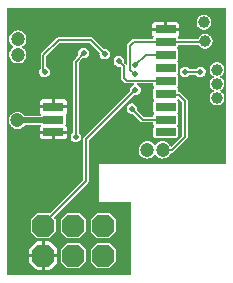
<source format=gbr>
%TF.GenerationSoftware,KiCad,Pcbnew,6.0.5-a6ca702e91~116~ubuntu20.04.1*%
%TF.CreationDate,2022-05-09T20:04:05+03:00*%
%TF.ProjectId,ict_v361-xs,6963745f-7633-4363-912d-78732e6b6963,rev?*%
%TF.SameCoordinates,Original*%
%TF.FileFunction,Copper,L2,Bot*%
%TF.FilePolarity,Positive*%
%FSLAX46Y46*%
G04 Gerber Fmt 4.6, Leading zero omitted, Abs format (unit mm)*
G04 Created by KiCad (PCBNEW 6.0.5-a6ca702e91~116~ubuntu20.04.1) date 2022-05-09 20:04:05*
%MOMM*%
%LPD*%
G01*
G04 APERTURE LIST*
G04 Aperture macros list*
%AMOutline5P*
0 Free polygon, 5 corners , with rotation*
0 The origin of the aperture is its center*
0 number of corners: always 5*
0 $1 to $10 corner X, Y*
0 $11 Rotation angle, in degrees counterclockwise*
0 create outline with 5 corners*
4,1,5,$1,$2,$3,$4,$5,$6,$7,$8,$9,$10,$1,$2,$11*%
%AMOutline6P*
0 Free polygon, 6 corners , with rotation*
0 The origin of the aperture is its center*
0 number of corners: always 6*
0 $1 to $12 corner X, Y*
0 $13 Rotation angle, in degrees counterclockwise*
0 create outline with 6 corners*
4,1,6,$1,$2,$3,$4,$5,$6,$7,$8,$9,$10,$11,$12,$1,$2,$13*%
%AMOutline7P*
0 Free polygon, 7 corners , with rotation*
0 The origin of the aperture is its center*
0 number of corners: always 7*
0 $1 to $14 corner X, Y*
0 $15 Rotation angle, in degrees counterclockwise*
0 create outline with 7 corners*
4,1,7,$1,$2,$3,$4,$5,$6,$7,$8,$9,$10,$11,$12,$13,$14,$1,$2,$15*%
%AMOutline8P*
0 Free polygon, 8 corners , with rotation*
0 The origin of the aperture is its center*
0 number of corners: always 8*
0 $1 to $16 corner X, Y*
0 $17 Rotation angle, in degrees counterclockwise*
0 create outline with 8 corners*
4,1,8,$1,$2,$3,$4,$5,$6,$7,$8,$9,$10,$11,$12,$13,$14,$15,$16,$1,$2,$17*%
G04 Aperture macros list end*
%TA.AperFunction,ComponentPad*%
%ADD10Outline8P,-0.939800X0.469900X-0.469900X0.939800X0.469900X0.939800X0.939800X0.469900X0.939800X-0.469900X0.469900X-0.939800X-0.469900X-0.939800X-0.939800X-0.469900X180.000000*%
%TD*%
%TA.AperFunction,SMDPad,CuDef*%
%ADD11R,1.800000X0.800000*%
%TD*%
%TA.AperFunction,SMDPad,CuDef*%
%ADD12R,1.800000X0.700000*%
%TD*%
%TA.AperFunction,ViaPad*%
%ADD13C,1.000000*%
%TD*%
%TA.AperFunction,ViaPad*%
%ADD14C,0.502400*%
%TD*%
%TA.AperFunction,ViaPad*%
%ADD15C,1.200000*%
%TD*%
%TA.AperFunction,ViaPad*%
%ADD16C,0.700000*%
%TD*%
%TA.AperFunction,Conductor*%
%ADD17C,0.203200*%
%TD*%
%TA.AperFunction,Conductor*%
%ADD18C,0.508000*%
%TD*%
G04 APERTURE END LIST*
D10*
%TO.P,ISP0,6*%
%TO.N,GND*%
X142290500Y-114650200D03*
%TO.P,ISP0,5*%
%TO.N,RESET*%
X142290500Y-112110200D03*
%TO.P,ISP0,4*%
%TO.N,MOSI*%
X144830500Y-114650200D03*
%TO.P,ISP0,3*%
%TO.N,SCK*%
X144830500Y-112110200D03*
%TO.P,ISP0,2*%
%TO.N,VIN*%
X147370500Y-114650200D03*
%TO.P,ISP0,1*%
%TO.N,MISO*%
X147370500Y-112110200D03*
%TD*%
D11*
%TO.P,U$2,11_RF_IN*%
%TO.N,GPS*%
X143151100Y-103153600D03*
%TO.P,U$2,12_GND*%
%TO.N,GND*%
X143151100Y-102053600D03*
D12*
%TO.P,U$2,10_GND*%
X143151100Y-104203600D03*
D11*
%TO.P,U$2,8_VCC*%
%TO.N,GPS_POWER*%
X152651100Y-103153600D03*
%TO.P,U$2,7_VCC_IO*%
%TO.N,7_VCC_IO*%
X152651100Y-102053600D03*
%TO.P,U$2,6_V_BCKP*%
%TO.N,VIN*%
X152651100Y-100953600D03*
%TO.P,U$2,5_EXTINT0*%
%TO.N,GPS-OFF*%
X152651100Y-99853600D03*
%TO.P,U$2,4_TIMEPULSE*%
%TO.N,N/C*%
X152651100Y-98753600D03*
%TO.P,U$2,3_RXD1*%
%TO.N,SERIAL_OUT*%
X152651100Y-97653600D03*
%TO.P,U$2,2_TXD1*%
%TO.N,SERIAL_IN*%
X152651100Y-96553600D03*
D12*
%TO.P,U$2,1_GND*%
%TO.N,GND*%
X152651100Y-95503600D03*
%TO.P,U$2,9_V_RESET*%
%TO.N,9_V_RESET*%
X152651100Y-104203600D03*
%TD*%
D13*
%TO.N,SERIAL_IN*%
X156000000Y-96500000D03*
D14*
%TO.N,GPS_POWER*%
X149801100Y-102203600D03*
%TO.N,GPS-OFF*%
X148701100Y-98203600D03*
D15*
%TO.N,GPS*%
X140101100Y-103203600D03*
D14*
%TO.N,ENABLE*%
X142401100Y-99103600D03*
X147501100Y-97603600D03*
X154301100Y-99103600D03*
X155601100Y-99103600D03*
D15*
%TO.N,N$8*%
X140141100Y-97653600D03*
%TO.N,N$7*%
X140141100Y-96323600D03*
D14*
%TO.N,VIN*%
X145701100Y-97503600D03*
X145050700Y-104603600D03*
D15*
X152400000Y-105703600D03*
X151101100Y-105703600D03*
D13*
%TO.N,N$19*%
X155901100Y-94903600D03*
%TO.N,ANT*%
X157001100Y-98903600D03*
X157001100Y-100103600D03*
X157001100Y-101303600D03*
D14*
%TO.N,SERIAL_IN*%
X150101100Y-99303600D03*
%TO.N,SERIAL_OUT*%
X150101100Y-98503600D03*
%TO.N,RESET*%
X150101100Y-100603600D03*
%TO.N,GND*%
X156301100Y-104703600D03*
X156301100Y-102403600D03*
X149001100Y-96903600D03*
X154301100Y-98103600D03*
D16*
X140401100Y-114703600D03*
D14*
X146801100Y-95603600D03*
X156301100Y-105503600D03*
X157201100Y-104703600D03*
X157201100Y-103803600D03*
X157001100Y-94203600D03*
X149401100Y-94203600D03*
X156001100Y-97503600D03*
X157001100Y-95303600D03*
X157001100Y-96403600D03*
X157001100Y-97503600D03*
X146401100Y-101303600D03*
X145701100Y-101303600D03*
X145701100Y-100603600D03*
X146401100Y-100603600D03*
X148301100Y-104603600D03*
X147101100Y-104603600D03*
X140101100Y-105503600D03*
X140101100Y-104503600D03*
X144201100Y-97403600D03*
X140701100Y-107303600D03*
X141401100Y-94903600D03*
X141401100Y-96103600D03*
D15*
X148301100Y-105603600D03*
D14*
X141401100Y-98403600D03*
X141401100Y-99603600D03*
X141401100Y-104503600D03*
D15*
X146801100Y-105603600D03*
D14*
X141401100Y-100803600D03*
X141401100Y-102003600D03*
X141401100Y-105503600D03*
X149801100Y-103003600D03*
X140201100Y-94903600D03*
D15*
X140211100Y-100753600D03*
X140211100Y-99433600D03*
D14*
X157201100Y-105503600D03*
X154401100Y-106203600D03*
X141401100Y-97203600D03*
%TD*%
D17*
%TO.N,GPS_POWER*%
X150751100Y-103153600D02*
X149801100Y-102203600D01*
X152651100Y-103153600D02*
X150751100Y-103153600D01*
%TO.N,GPS-OFF*%
X149351100Y-99853600D02*
X152651100Y-99853600D01*
X149101100Y-99603600D02*
X149351100Y-99853600D01*
X149101100Y-98603600D02*
X149101100Y-99603600D01*
X148701100Y-98203600D02*
X149101100Y-98603600D01*
%TO.N,GPS*%
X143101100Y-103203600D02*
X143151100Y-103153600D01*
D18*
X140101100Y-103203600D02*
X143101100Y-103203600D01*
D17*
%TO.N,ENABLE*%
X142301100Y-99003600D02*
X142401100Y-99103600D01*
X142301100Y-97703600D02*
X142301100Y-99003600D01*
X143601100Y-96403600D02*
X142301100Y-97703600D01*
X146301100Y-96403600D02*
X143601100Y-96403600D01*
X147501100Y-97603600D02*
X146301100Y-96403600D01*
X154301100Y-99103600D02*
X155601100Y-99103600D01*
%TO.N,VIN*%
X154301100Y-101580313D02*
X154301100Y-104603600D01*
X153201100Y-105703600D02*
X152201100Y-105703600D01*
X154301100Y-104603600D02*
X153201100Y-105703600D01*
X153745787Y-101025000D02*
X154301100Y-101580313D01*
X152722500Y-101025000D02*
X153745787Y-101025000D01*
X152651100Y-100953600D02*
X152722500Y-101025000D01*
X145050700Y-98254000D02*
X145050700Y-104603600D01*
X145701100Y-97503600D02*
X145050700Y-98254000D01*
%TO.N,SERIAL_IN*%
X149601100Y-98903600D02*
X149601100Y-96903600D01*
X150101100Y-99303600D02*
X149601100Y-98903600D01*
X149951100Y-96553600D02*
X155651100Y-96553600D01*
X149601100Y-96903600D02*
X149951100Y-96553600D01*
%TO.N,SERIAL_OUT*%
X152651100Y-97653600D02*
X150951100Y-97653600D01*
X150951100Y-97653600D02*
X150101100Y-98503600D01*
%TO.N,RESET*%
X145901100Y-108361300D02*
X142309100Y-111953300D01*
X145901100Y-104803600D02*
X145901100Y-108361300D01*
X142309100Y-111953300D02*
X142290500Y-112110200D01*
X145901100Y-104803600D02*
X150101100Y-100603600D01*
%TD*%
%TA.AperFunction,Conductor*%
%TO.N,GND*%
G36*
X157784414Y-93720286D02*
G01*
X157799000Y-93755500D01*
X157799000Y-106851700D01*
X157784414Y-106886914D01*
X157749200Y-106901500D01*
X147067926Y-106901500D01*
X147061543Y-106906137D01*
X147061544Y-106906137D01*
X147060550Y-106906859D01*
X147046669Y-106913931D01*
X147045502Y-106914310D01*
X147045499Y-106914312D01*
X147037999Y-106916749D01*
X147033363Y-106923130D01*
X147033362Y-106923131D01*
X147032640Y-106924125D01*
X147021625Y-106935140D01*
X147014249Y-106940499D01*
X147011812Y-106947999D01*
X147011810Y-106948002D01*
X147011431Y-106949169D01*
X147004359Y-106963050D01*
X146999000Y-106970426D01*
X146999000Y-110036774D01*
X147003637Y-110043156D01*
X147004359Y-110044150D01*
X147011431Y-110058031D01*
X147011810Y-110059198D01*
X147011812Y-110059201D01*
X147014249Y-110066701D01*
X147020630Y-110071337D01*
X147020631Y-110071338D01*
X147021625Y-110072060D01*
X147032640Y-110083075D01*
X147037999Y-110090451D01*
X147045499Y-110092888D01*
X147045502Y-110092890D01*
X147046669Y-110093269D01*
X147060550Y-110100341D01*
X147067926Y-110105700D01*
X149649200Y-110105700D01*
X149684414Y-110120286D01*
X149699000Y-110155500D01*
X149699000Y-116251700D01*
X149684414Y-116286914D01*
X149649200Y-116301500D01*
X139253000Y-116301500D01*
X139217786Y-116286914D01*
X139203200Y-116251700D01*
X139203200Y-115142680D01*
X141097500Y-115142680D01*
X141097985Y-115147567D01*
X141111403Y-115214508D01*
X141115089Y-115223378D01*
X141152596Y-115279405D01*
X141155672Y-115283150D01*
X141657533Y-115785013D01*
X141661324Y-115788119D01*
X141718147Y-115825966D01*
X141727026Y-115829632D01*
X141793160Y-115842727D01*
X141797989Y-115843200D01*
X142153994Y-115843200D01*
X142160999Y-115840299D01*
X142163900Y-115833294D01*
X142417100Y-115833294D01*
X142420001Y-115840299D01*
X142427006Y-115843200D01*
X142782980Y-115843200D01*
X142787867Y-115842715D01*
X142854808Y-115829297D01*
X142863678Y-115825611D01*
X142919705Y-115788104D01*
X142923450Y-115785028D01*
X143425313Y-115283167D01*
X143428419Y-115279376D01*
X143466266Y-115222553D01*
X143469932Y-115213674D01*
X143483027Y-115147540D01*
X143483500Y-115142711D01*
X143483500Y-114786706D01*
X143480599Y-114779701D01*
X143473594Y-114776800D01*
X142427006Y-114776800D01*
X142420001Y-114779701D01*
X142417100Y-114786706D01*
X142417100Y-115833294D01*
X142163900Y-115833294D01*
X142163900Y-114786706D01*
X142160999Y-114779701D01*
X142153994Y-114776800D01*
X141107406Y-114776800D01*
X141100401Y-114779701D01*
X141097500Y-114786706D01*
X141097500Y-115142680D01*
X139203200Y-115142680D01*
X139203200Y-114513694D01*
X141097500Y-114513694D01*
X141100401Y-114520699D01*
X141107406Y-114523600D01*
X142153994Y-114523600D01*
X142160999Y-114520699D01*
X142163900Y-114513694D01*
X142417100Y-114513694D01*
X142420001Y-114520699D01*
X142427006Y-114523600D01*
X143473594Y-114523600D01*
X143480599Y-114520699D01*
X143483500Y-114513694D01*
X143483500Y-114167684D01*
X143763200Y-114167684D01*
X143763201Y-115132713D01*
X143770685Y-115170057D01*
X143791625Y-115201337D01*
X144279366Y-115689078D01*
X144311062Y-115710189D01*
X144315865Y-115711140D01*
X144345594Y-115717027D01*
X144345596Y-115717027D01*
X144347984Y-115717500D01*
X144827647Y-115717500D01*
X145313013Y-115717499D01*
X145350357Y-115710015D01*
X145377149Y-115692080D01*
X145379607Y-115690434D01*
X145381637Y-115689075D01*
X145869378Y-115201334D01*
X145890489Y-115169638D01*
X145895827Y-115142680D01*
X145897327Y-115135106D01*
X145897327Y-115135104D01*
X145897800Y-115132716D01*
X145897799Y-114167687D01*
X145897798Y-114167684D01*
X146303200Y-114167684D01*
X146303201Y-115132713D01*
X146310685Y-115170057D01*
X146331625Y-115201337D01*
X146819366Y-115689078D01*
X146851062Y-115710189D01*
X146855865Y-115711140D01*
X146885594Y-115717027D01*
X146885596Y-115717027D01*
X146887984Y-115717500D01*
X147367647Y-115717500D01*
X147853013Y-115717499D01*
X147890357Y-115710015D01*
X147917149Y-115692080D01*
X147919607Y-115690434D01*
X147921637Y-115689075D01*
X148409378Y-115201334D01*
X148430489Y-115169638D01*
X148435827Y-115142680D01*
X148437327Y-115135106D01*
X148437327Y-115135104D01*
X148437800Y-115132716D01*
X148437799Y-114167687D01*
X148430315Y-114130343D01*
X148409375Y-114099063D01*
X147921634Y-113611322D01*
X147889938Y-113590211D01*
X147880014Y-113588246D01*
X147855406Y-113583373D01*
X147855404Y-113583373D01*
X147853016Y-113582900D01*
X147373353Y-113582900D01*
X146887987Y-113582901D01*
X146850643Y-113590385D01*
X146823851Y-113608320D01*
X146821407Y-113609957D01*
X146819363Y-113611325D01*
X146331622Y-114099066D01*
X146310511Y-114130762D01*
X146309560Y-114135565D01*
X146303679Y-114165267D01*
X146303200Y-114167684D01*
X145897798Y-114167684D01*
X145890315Y-114130343D01*
X145869375Y-114099063D01*
X145381634Y-113611322D01*
X145349938Y-113590211D01*
X145340014Y-113588246D01*
X145315406Y-113583373D01*
X145315404Y-113583373D01*
X145313016Y-113582900D01*
X144833353Y-113582900D01*
X144347987Y-113582901D01*
X144310643Y-113590385D01*
X144283851Y-113608320D01*
X144281407Y-113609957D01*
X144279363Y-113611325D01*
X143791622Y-114099066D01*
X143770511Y-114130762D01*
X143769560Y-114135565D01*
X143763679Y-114165267D01*
X143763200Y-114167684D01*
X143483500Y-114167684D01*
X143483500Y-114157720D01*
X143483015Y-114152833D01*
X143469597Y-114085892D01*
X143465911Y-114077022D01*
X143428404Y-114020995D01*
X143425328Y-114017250D01*
X142923467Y-113515387D01*
X142919676Y-113512281D01*
X142862853Y-113474434D01*
X142853974Y-113470768D01*
X142787840Y-113457673D01*
X142783011Y-113457200D01*
X142427006Y-113457200D01*
X142420001Y-113460101D01*
X142417100Y-113467106D01*
X142417100Y-114513694D01*
X142163900Y-114513694D01*
X142163900Y-113467106D01*
X142160999Y-113460101D01*
X142153994Y-113457200D01*
X141798020Y-113457200D01*
X141793133Y-113457685D01*
X141726192Y-113471103D01*
X141717322Y-113474789D01*
X141661295Y-113512296D01*
X141657550Y-113515372D01*
X141155687Y-114017233D01*
X141152581Y-114021024D01*
X141114734Y-114077847D01*
X141111068Y-114086726D01*
X141097973Y-114152860D01*
X141097500Y-114157689D01*
X141097500Y-114513694D01*
X139203200Y-114513694D01*
X139203200Y-111627684D01*
X141223200Y-111627684D01*
X141223201Y-112592713D01*
X141230685Y-112630057D01*
X141251625Y-112661337D01*
X141739366Y-113149078D01*
X141771062Y-113170189D01*
X141775865Y-113171140D01*
X141805594Y-113177027D01*
X141805596Y-113177027D01*
X141807984Y-113177500D01*
X142287647Y-113177500D01*
X142773013Y-113177499D01*
X142810357Y-113170015D01*
X142837149Y-113152080D01*
X142839607Y-113150434D01*
X142841637Y-113149075D01*
X143329378Y-112661334D01*
X143350489Y-112629638D01*
X143352454Y-112619714D01*
X143357327Y-112595106D01*
X143357327Y-112595104D01*
X143357800Y-112592716D01*
X143357799Y-111627687D01*
X143357798Y-111627684D01*
X143763200Y-111627684D01*
X143763201Y-112592713D01*
X143770685Y-112630057D01*
X143791625Y-112661337D01*
X144279366Y-113149078D01*
X144311062Y-113170189D01*
X144315865Y-113171140D01*
X144345594Y-113177027D01*
X144345596Y-113177027D01*
X144347984Y-113177500D01*
X144827647Y-113177500D01*
X145313013Y-113177499D01*
X145350357Y-113170015D01*
X145377149Y-113152080D01*
X145379607Y-113150434D01*
X145381637Y-113149075D01*
X145869378Y-112661334D01*
X145890489Y-112629638D01*
X145892454Y-112619714D01*
X145897327Y-112595106D01*
X145897327Y-112595104D01*
X145897800Y-112592716D01*
X145897799Y-111627687D01*
X145897798Y-111627684D01*
X146303200Y-111627684D01*
X146303201Y-112592713D01*
X146310685Y-112630057D01*
X146331625Y-112661337D01*
X146819366Y-113149078D01*
X146851062Y-113170189D01*
X146855865Y-113171140D01*
X146885594Y-113177027D01*
X146885596Y-113177027D01*
X146887984Y-113177500D01*
X147367647Y-113177500D01*
X147853013Y-113177499D01*
X147890357Y-113170015D01*
X147917149Y-113152080D01*
X147919607Y-113150434D01*
X147921637Y-113149075D01*
X148409378Y-112661334D01*
X148430489Y-112629638D01*
X148432454Y-112619714D01*
X148437327Y-112595106D01*
X148437327Y-112595104D01*
X148437800Y-112592716D01*
X148437799Y-111627687D01*
X148430315Y-111590343D01*
X148409375Y-111559063D01*
X147921634Y-111071322D01*
X147889938Y-111050211D01*
X147880014Y-111048246D01*
X147855406Y-111043373D01*
X147855404Y-111043373D01*
X147853016Y-111042900D01*
X147373353Y-111042900D01*
X146887987Y-111042901D01*
X146850643Y-111050385D01*
X146837964Y-111058873D01*
X146821407Y-111069957D01*
X146819363Y-111071325D01*
X146331622Y-111559066D01*
X146310511Y-111590762D01*
X146309560Y-111595565D01*
X146303679Y-111625267D01*
X146303200Y-111627684D01*
X145897798Y-111627684D01*
X145890315Y-111590343D01*
X145869375Y-111559063D01*
X145381634Y-111071322D01*
X145349938Y-111050211D01*
X145340014Y-111048246D01*
X145315406Y-111043373D01*
X145315404Y-111043373D01*
X145313016Y-111042900D01*
X144833353Y-111042900D01*
X144347987Y-111042901D01*
X144310643Y-111050385D01*
X144297964Y-111058873D01*
X144281407Y-111069957D01*
X144279363Y-111071325D01*
X143791622Y-111559066D01*
X143770511Y-111590762D01*
X143769560Y-111595565D01*
X143763679Y-111625267D01*
X143763200Y-111627684D01*
X143357798Y-111627684D01*
X143350315Y-111590343D01*
X143329375Y-111559063D01*
X143213568Y-111443256D01*
X143198982Y-111408042D01*
X143213568Y-111372828D01*
X144629728Y-109956669D01*
X146057939Y-108528458D01*
X146059830Y-108526663D01*
X146086698Y-108502471D01*
X146086698Y-108502470D01*
X146090586Y-108498970D01*
X146101470Y-108474525D01*
X146105187Y-108467679D01*
X146119761Y-108445236D01*
X146121634Y-108433409D01*
X146125327Y-108420941D01*
X146128070Y-108414781D01*
X146130200Y-108409997D01*
X146130200Y-108383249D01*
X146130813Y-108375458D01*
X146134178Y-108354213D01*
X146134997Y-108349042D01*
X146131897Y-108337472D01*
X146130200Y-108324583D01*
X146130200Y-104919124D01*
X146144786Y-104883910D01*
X149971007Y-101057690D01*
X150006221Y-101043104D01*
X150021067Y-101045369D01*
X150029141Y-101047891D01*
X150032686Y-101047956D01*
X150153183Y-101050165D01*
X150156731Y-101050230D01*
X150165310Y-101047891D01*
X150276428Y-101017597D01*
X150276430Y-101017596D01*
X150279849Y-101016664D01*
X150320538Y-100991681D01*
X150385580Y-100951745D01*
X150385583Y-100951743D01*
X150388597Y-100949892D01*
X150444572Y-100888052D01*
X150471854Y-100857912D01*
X150471856Y-100857910D01*
X150474234Y-100855282D01*
X150529875Y-100740440D01*
X150551047Y-100614596D01*
X150551181Y-100603600D01*
X150550394Y-100598101D01*
X150533593Y-100480789D01*
X150533090Y-100477277D01*
X150480272Y-100361110D01*
X150396972Y-100264435D01*
X150289887Y-100195027D01*
X150240349Y-100180212D01*
X150210791Y-100156148D01*
X150206906Y-100118231D01*
X150230970Y-100088673D01*
X150254618Y-100082700D01*
X151573800Y-100082700D01*
X151609014Y-100097286D01*
X151623600Y-100132500D01*
X151623600Y-100266158D01*
X151630998Y-100303348D01*
X151659178Y-100345522D01*
X151663256Y-100348247D01*
X151663257Y-100348248D01*
X151684127Y-100362193D01*
X151705303Y-100393884D01*
X151697867Y-100431267D01*
X151684127Y-100445007D01*
X151663257Y-100458952D01*
X151663256Y-100458953D01*
X151659178Y-100461678D01*
X151630998Y-100503852D01*
X151630041Y-100508661D01*
X151630041Y-100508662D01*
X151628053Y-100518655D01*
X151623600Y-100541042D01*
X151623600Y-101366158D01*
X151624077Y-101368556D01*
X151628811Y-101392352D01*
X151630998Y-101403348D01*
X151659178Y-101445522D01*
X151663256Y-101448247D01*
X151663257Y-101448248D01*
X151684127Y-101462193D01*
X151705303Y-101493884D01*
X151697867Y-101531267D01*
X151684127Y-101545007D01*
X151663257Y-101558952D01*
X151663256Y-101558953D01*
X151659178Y-101561678D01*
X151630998Y-101603852D01*
X151623600Y-101641042D01*
X151623600Y-102466158D01*
X151624077Y-102468556D01*
X151628238Y-102489471D01*
X151630998Y-102503348D01*
X151659178Y-102545522D01*
X151663256Y-102548247D01*
X151663257Y-102548248D01*
X151684127Y-102562193D01*
X151705303Y-102593884D01*
X151697867Y-102631267D01*
X151684127Y-102645007D01*
X151663257Y-102658952D01*
X151663256Y-102658953D01*
X151659178Y-102661678D01*
X151630998Y-102703852D01*
X151623600Y-102741042D01*
X151623600Y-102874700D01*
X151609014Y-102909914D01*
X151573800Y-102924500D01*
X150866624Y-102924500D01*
X150831410Y-102909914D01*
X150252648Y-102331152D01*
X150238062Y-102295938D01*
X150238752Y-102287676D01*
X150250728Y-102216490D01*
X150251047Y-102214596D01*
X150251181Y-102203600D01*
X150250394Y-102198101D01*
X150233593Y-102080789D01*
X150233090Y-102077277D01*
X150180272Y-101961110D01*
X150096972Y-101864435D01*
X149989887Y-101795027D01*
X149867626Y-101758463D01*
X149864079Y-101758441D01*
X149864077Y-101758441D01*
X149806127Y-101758087D01*
X149740017Y-101757683D01*
X149617318Y-101792751D01*
X149509394Y-101860846D01*
X149483745Y-101889888D01*
X149446377Y-101932199D01*
X149424919Y-101956495D01*
X149396353Y-102017338D01*
X149372193Y-102068796D01*
X149372192Y-102068799D01*
X149370685Y-102072009D01*
X149351053Y-102198101D01*
X149367599Y-102324636D01*
X149418994Y-102441440D01*
X149501106Y-102539125D01*
X149607335Y-102609836D01*
X149610723Y-102610894D01*
X149610724Y-102610895D01*
X149661297Y-102626695D01*
X149729141Y-102647891D01*
X149732686Y-102647956D01*
X149853183Y-102650165D01*
X149856731Y-102650230D01*
X149881500Y-102643477D01*
X149919310Y-102648287D01*
X149929813Y-102656309D01*
X150583942Y-103310439D01*
X150585737Y-103312330D01*
X150613430Y-103343086D01*
X150618210Y-103345214D01*
X150618211Y-103345215D01*
X150637859Y-103353963D01*
X150644725Y-103357691D01*
X150662773Y-103369411D01*
X150662775Y-103369412D01*
X150667164Y-103372262D01*
X150672330Y-103373080D01*
X150672332Y-103373081D01*
X150676740Y-103373779D01*
X150678997Y-103374136D01*
X150691461Y-103377828D01*
X150702403Y-103382700D01*
X150729150Y-103382700D01*
X150736941Y-103383313D01*
X150763358Y-103387497D01*
X150768415Y-103386142D01*
X150768416Y-103386142D01*
X150774928Y-103384397D01*
X150787817Y-103382700D01*
X151573800Y-103382700D01*
X151609014Y-103397286D01*
X151623600Y-103432500D01*
X151623600Y-103566158D01*
X151624077Y-103568556D01*
X151627564Y-103586083D01*
X151630998Y-103603348D01*
X151633723Y-103607426D01*
X151652081Y-103634900D01*
X151659178Y-103645522D01*
X151663256Y-103648247D01*
X151663257Y-103648248D01*
X151684127Y-103662193D01*
X151705303Y-103693884D01*
X151697867Y-103731267D01*
X151684127Y-103745007D01*
X151663257Y-103758952D01*
X151663256Y-103758953D01*
X151659178Y-103761678D01*
X151656453Y-103765756D01*
X151645088Y-103782765D01*
X151630998Y-103803852D01*
X151623600Y-103841042D01*
X151623600Y-104566158D01*
X151624077Y-104568556D01*
X151627604Y-104586284D01*
X151630998Y-104603348D01*
X151659178Y-104645522D01*
X151701352Y-104673702D01*
X151706161Y-104674659D01*
X151706162Y-104674659D01*
X151736144Y-104680623D01*
X151738542Y-104681100D01*
X153563658Y-104681100D01*
X153566056Y-104680623D01*
X153596038Y-104674659D01*
X153596039Y-104674659D01*
X153600848Y-104673702D01*
X153643022Y-104645522D01*
X153671202Y-104603348D01*
X153674597Y-104586284D01*
X153678123Y-104568556D01*
X153678600Y-104566158D01*
X153678600Y-103841042D01*
X153671202Y-103803852D01*
X153657112Y-103782765D01*
X153645747Y-103765756D01*
X153643022Y-103761678D01*
X153638944Y-103758953D01*
X153638943Y-103758952D01*
X153618073Y-103745007D01*
X153596897Y-103713316D01*
X153604333Y-103675933D01*
X153618073Y-103662193D01*
X153638943Y-103648248D01*
X153638944Y-103648247D01*
X153643022Y-103645522D01*
X153650120Y-103634900D01*
X153668477Y-103607426D01*
X153671202Y-103603348D01*
X153674637Y-103586083D01*
X153678123Y-103568556D01*
X153678600Y-103566158D01*
X153678600Y-102741042D01*
X153671202Y-102703852D01*
X153643022Y-102661678D01*
X153638944Y-102658953D01*
X153638943Y-102658952D01*
X153618073Y-102645007D01*
X153596897Y-102613316D01*
X153604333Y-102575933D01*
X153618073Y-102562193D01*
X153638943Y-102548248D01*
X153638944Y-102548247D01*
X153643022Y-102545522D01*
X153671202Y-102503348D01*
X153673963Y-102489471D01*
X153678123Y-102468556D01*
X153678600Y-102466158D01*
X153678600Y-101641042D01*
X153671202Y-101603852D01*
X153643022Y-101561678D01*
X153638944Y-101558953D01*
X153638943Y-101558952D01*
X153618073Y-101545007D01*
X153596897Y-101513316D01*
X153604333Y-101475933D01*
X153618073Y-101462193D01*
X153638943Y-101448248D01*
X153638944Y-101448247D01*
X153643022Y-101445522D01*
X153671202Y-101403348D01*
X153674418Y-101387181D01*
X153695595Y-101355490D01*
X153732978Y-101348055D01*
X153758475Y-101361684D01*
X154057414Y-101660623D01*
X154072000Y-101695837D01*
X154072000Y-104488076D01*
X154057414Y-104523290D01*
X153150774Y-105429929D01*
X153115560Y-105444515D01*
X153080346Y-105429929D01*
X153068530Y-105411092D01*
X153061150Y-105389897D01*
X153061147Y-105389891D01*
X153060234Y-105387269D01*
X152973744Y-105248856D01*
X152858739Y-105133044D01*
X152856398Y-105131558D01*
X152856395Y-105131556D01*
X152728142Y-105050165D01*
X152720933Y-105045590D01*
X152567176Y-104990840D01*
X152405111Y-104971515D01*
X152402342Y-104971806D01*
X152402340Y-104971806D01*
X152245559Y-104988284D01*
X152245557Y-104988284D01*
X152242792Y-104988575D01*
X152240162Y-104989470D01*
X152240159Y-104989471D01*
X152090923Y-105040275D01*
X152090921Y-105040276D01*
X152088286Y-105041173D01*
X152085916Y-105042631D01*
X152085914Y-105042632D01*
X152073564Y-105050230D01*
X151949272Y-105126695D01*
X151832661Y-105240889D01*
X151831154Y-105243228D01*
X151831152Y-105243230D01*
X151792516Y-105303182D01*
X151761180Y-105324880D01*
X151723679Y-105318065D01*
X151708423Y-105302594D01*
X151676322Y-105251220D01*
X151676318Y-105251215D01*
X151674844Y-105248856D01*
X151559839Y-105133044D01*
X151557498Y-105131558D01*
X151557495Y-105131556D01*
X151429242Y-105050165D01*
X151422033Y-105045590D01*
X151268276Y-104990840D01*
X151106211Y-104971515D01*
X151103442Y-104971806D01*
X151103440Y-104971806D01*
X150946659Y-104988284D01*
X150946657Y-104988284D01*
X150943892Y-104988575D01*
X150941262Y-104989470D01*
X150941259Y-104989471D01*
X150792023Y-105040275D01*
X150792021Y-105040276D01*
X150789386Y-105041173D01*
X150787016Y-105042631D01*
X150787014Y-105042632D01*
X150774664Y-105050230D01*
X150650372Y-105126695D01*
X150533761Y-105240889D01*
X150532254Y-105243228D01*
X150532252Y-105243230D01*
X150451107Y-105369143D01*
X150445347Y-105378081D01*
X150444396Y-105380694D01*
X150444395Y-105380696D01*
X150426476Y-105429929D01*
X150389524Y-105531452D01*
X150369068Y-105693378D01*
X150384995Y-105855813D01*
X150385874Y-105858454D01*
X150385874Y-105858456D01*
X150405538Y-105917569D01*
X150436513Y-106010682D01*
X150521062Y-106150289D01*
X150522998Y-106152294D01*
X150522999Y-106152295D01*
X150632508Y-106265695D01*
X150632511Y-106265698D01*
X150634440Y-106267695D01*
X150636762Y-106269214D01*
X150636765Y-106269217D01*
X150724118Y-106326379D01*
X150771011Y-106357065D01*
X150802808Y-106368890D01*
X150921379Y-106412986D01*
X150921381Y-106412987D01*
X150923988Y-106413956D01*
X151085768Y-106435542D01*
X151088537Y-106435290D01*
X151088539Y-106435290D01*
X151245541Y-106421002D01*
X151248310Y-106420750D01*
X151325922Y-106395532D01*
X151400892Y-106371173D01*
X151400894Y-106371172D01*
X151403535Y-106370314D01*
X151405924Y-106368890D01*
X151541338Y-106288168D01*
X151541342Y-106288165D01*
X151543729Y-106286742D01*
X151545741Y-106284826D01*
X151545745Y-106284823D01*
X151599678Y-106233462D01*
X151661923Y-106174187D01*
X151708746Y-106103713D01*
X151740381Y-106082456D01*
X151777783Y-106089793D01*
X151792821Y-106105475D01*
X151818517Y-106147904D01*
X151818520Y-106147908D01*
X151819962Y-106150289D01*
X151821898Y-106152294D01*
X151821899Y-106152295D01*
X151931408Y-106265695D01*
X151931411Y-106265698D01*
X151933340Y-106267695D01*
X151935662Y-106269214D01*
X151935665Y-106269217D01*
X152023018Y-106326379D01*
X152069911Y-106357065D01*
X152101708Y-106368890D01*
X152220279Y-106412986D01*
X152220281Y-106412987D01*
X152222888Y-106413956D01*
X152384668Y-106435542D01*
X152387437Y-106435290D01*
X152387439Y-106435290D01*
X152544441Y-106421002D01*
X152547210Y-106420750D01*
X152624822Y-106395532D01*
X152699792Y-106371173D01*
X152699794Y-106371172D01*
X152702435Y-106370314D01*
X152704824Y-106368890D01*
X152840238Y-106288168D01*
X152840242Y-106288165D01*
X152842629Y-106286742D01*
X152844641Y-106284826D01*
X152844645Y-106284823D01*
X152898578Y-106233462D01*
X152960823Y-106174187D01*
X152962360Y-106171873D01*
X152962363Y-106171870D01*
X153049603Y-106040563D01*
X153049604Y-106040560D01*
X153051144Y-106038243D01*
X153052131Y-106035645D01*
X153052133Y-106035641D01*
X153079037Y-105964815D01*
X153105177Y-105937076D01*
X153125591Y-105932700D01*
X153193803Y-105932700D01*
X153196408Y-105932768D01*
X153237739Y-105934934D01*
X153242623Y-105933059D01*
X153242625Y-105933059D01*
X153262706Y-105925351D01*
X153270196Y-105923132D01*
X153291244Y-105918658D01*
X153291246Y-105918657D01*
X153296365Y-105917569D01*
X153306055Y-105910528D01*
X153317480Y-105904326D01*
X153323774Y-105901910D01*
X153323778Y-105901908D01*
X153328664Y-105900032D01*
X153347578Y-105881118D01*
X153353520Y-105876043D01*
X153370925Y-105863398D01*
X153370926Y-105863397D01*
X153375158Y-105860322D01*
X153379363Y-105853040D01*
X153381147Y-105849949D01*
X153389061Y-105839635D01*
X154457939Y-104770758D01*
X154459830Y-104768963D01*
X154486698Y-104744771D01*
X154486698Y-104744770D01*
X154490586Y-104741270D01*
X154496547Y-104727883D01*
X154501463Y-104716841D01*
X154505191Y-104709975D01*
X154516911Y-104691927D01*
X154516912Y-104691925D01*
X154519762Y-104687536D01*
X154520782Y-104681100D01*
X154521636Y-104675704D01*
X154525329Y-104663237D01*
X154528071Y-104657078D01*
X154530200Y-104652297D01*
X154530200Y-104625550D01*
X154530813Y-104617760D01*
X154534178Y-104596513D01*
X154534997Y-104591342D01*
X154531897Y-104579772D01*
X154530200Y-104566883D01*
X154530200Y-101587610D01*
X154530268Y-101585004D01*
X154532160Y-101548901D01*
X154532434Y-101543673D01*
X154530557Y-101538784D01*
X154530557Y-101538782D01*
X154522851Y-101518707D01*
X154520631Y-101511215D01*
X154516157Y-101490168D01*
X154515069Y-101485048D01*
X154508028Y-101475358D01*
X154501826Y-101463933D01*
X154499410Y-101457639D01*
X154499408Y-101457635D01*
X154497532Y-101452749D01*
X154478618Y-101433835D01*
X154473543Y-101427893D01*
X154460898Y-101410488D01*
X154460897Y-101410487D01*
X154457822Y-101406255D01*
X154453291Y-101403639D01*
X154453290Y-101403638D01*
X154447449Y-101400266D01*
X154437135Y-101392352D01*
X154341764Y-101296981D01*
X156369026Y-101296981D01*
X156369355Y-101299961D01*
X156369355Y-101299964D01*
X156375485Y-101355490D01*
X156385692Y-101447943D01*
X156437887Y-101590571D01*
X156522597Y-101716633D01*
X156634931Y-101818850D01*
X156637574Y-101820285D01*
X156765767Y-101889888D01*
X156765769Y-101889889D01*
X156768405Y-101891320D01*
X156841859Y-101910590D01*
X156912411Y-101929100D01*
X156912414Y-101929100D01*
X156915313Y-101929861D01*
X156981348Y-101930898D01*
X157064172Y-101932199D01*
X157064173Y-101932199D01*
X157067173Y-101932246D01*
X157070098Y-101931576D01*
X157070099Y-101931576D01*
X157133330Y-101917094D01*
X157215219Y-101898339D01*
X157217899Y-101896991D01*
X157217902Y-101896990D01*
X157348219Y-101831448D01*
X157348223Y-101831446D01*
X157350904Y-101830097D01*
X157353188Y-101828147D01*
X157353190Y-101828145D01*
X157464112Y-101733408D01*
X157466394Y-101731459D01*
X157555021Y-101608121D01*
X157611670Y-101467202D01*
X157633070Y-101316838D01*
X157633209Y-101303600D01*
X157614963Y-101152821D01*
X157613902Y-101150013D01*
X157613901Y-101150009D01*
X157562338Y-101013553D01*
X157562337Y-101013551D01*
X157561277Y-101010746D01*
X157559178Y-101007691D01*
X157517648Y-100947266D01*
X157475252Y-100885579D01*
X157444199Y-100857912D01*
X157364094Y-100786540D01*
X157364091Y-100786538D01*
X157361853Y-100784544D01*
X157312806Y-100758575D01*
X157292192Y-100747660D01*
X157267896Y-100718292D01*
X157271484Y-100680346D01*
X157293118Y-100659160D01*
X157350904Y-100630097D01*
X157353188Y-100628147D01*
X157353190Y-100628145D01*
X157464112Y-100533408D01*
X157466394Y-100531459D01*
X157516537Y-100461678D01*
X157553270Y-100410558D01*
X157553271Y-100410557D01*
X157555021Y-100408121D01*
X157611670Y-100267202D01*
X157612339Y-100262505D01*
X157632839Y-100118461D01*
X157633070Y-100116838D01*
X157633209Y-100103600D01*
X157614963Y-99952821D01*
X157613902Y-99950013D01*
X157613901Y-99950009D01*
X157562338Y-99813553D01*
X157562337Y-99813551D01*
X157561277Y-99810746D01*
X157559178Y-99807691D01*
X157509125Y-99734865D01*
X157475252Y-99685579D01*
X157390328Y-99609914D01*
X157364094Y-99586540D01*
X157364091Y-99586538D01*
X157361853Y-99584544D01*
X157292628Y-99547891D01*
X157292192Y-99547660D01*
X157267896Y-99518292D01*
X157271484Y-99480346D01*
X157293118Y-99459160D01*
X157350904Y-99430097D01*
X157353188Y-99428147D01*
X157353190Y-99428145D01*
X157464112Y-99333408D01*
X157466394Y-99331459D01*
X157493394Y-99293884D01*
X157553270Y-99210558D01*
X157553271Y-99210557D01*
X157555021Y-99208121D01*
X157611670Y-99067202D01*
X157633070Y-98916838D01*
X157633209Y-98903600D01*
X157614963Y-98752821D01*
X157613902Y-98750013D01*
X157613901Y-98750009D01*
X157562338Y-98613553D01*
X157562337Y-98613551D01*
X157561277Y-98610746D01*
X157559178Y-98607691D01*
X157510184Y-98536406D01*
X157475252Y-98485579D01*
X157440203Y-98454351D01*
X157364094Y-98386540D01*
X157364091Y-98386538D01*
X157361853Y-98384544D01*
X157227628Y-98313475D01*
X157080324Y-98276475D01*
X157077320Y-98276459D01*
X157077318Y-98276459D01*
X157006482Y-98276088D01*
X156928447Y-98275680D01*
X156780764Y-98311136D01*
X156645802Y-98380795D01*
X156531351Y-98480637D01*
X156529628Y-98483089D01*
X156529625Y-98483092D01*
X156515212Y-98503600D01*
X156444020Y-98604896D01*
X156442931Y-98607689D01*
X156442930Y-98607691D01*
X156426345Y-98650230D01*
X156388850Y-98746401D01*
X156388458Y-98749375D01*
X156388458Y-98749377D01*
X156386948Y-98760846D01*
X156369026Y-98896981D01*
X156369355Y-98899961D01*
X156369355Y-98899964D01*
X156383074Y-99024227D01*
X156385692Y-99047943D01*
X156437887Y-99190571D01*
X156522597Y-99316633D01*
X156634931Y-99418850D01*
X156637569Y-99420282D01*
X156637570Y-99420283D01*
X156710481Y-99459870D01*
X156734467Y-99489491D01*
X156730483Y-99527398D01*
X156709560Y-99547887D01*
X156645802Y-99580795D01*
X156531351Y-99680637D01*
X156529628Y-99683089D01*
X156529625Y-99683092D01*
X156495840Y-99731164D01*
X156444020Y-99804896D01*
X156442931Y-99807689D01*
X156442930Y-99807691D01*
X156441739Y-99810746D01*
X156388850Y-99946401D01*
X156369026Y-100096981D01*
X156369355Y-100099961D01*
X156369355Y-100099964D01*
X156376835Y-100167714D01*
X156385692Y-100247943D01*
X156437887Y-100390571D01*
X156522597Y-100516633D01*
X156634931Y-100618850D01*
X156637569Y-100620282D01*
X156637570Y-100620283D01*
X156710481Y-100659870D01*
X156734467Y-100689491D01*
X156730483Y-100727398D01*
X156709560Y-100747887D01*
X156645802Y-100780795D01*
X156531351Y-100880637D01*
X156529628Y-100883089D01*
X156529625Y-100883092D01*
X156484523Y-100947266D01*
X156444020Y-101004896D01*
X156442931Y-101007689D01*
X156442930Y-101007691D01*
X156426345Y-101050230D01*
X156388850Y-101146401D01*
X156369026Y-101296981D01*
X154341764Y-101296981D01*
X153912936Y-100868153D01*
X153911141Y-100866261D01*
X153886960Y-100839405D01*
X153883457Y-100835514D01*
X153859012Y-100824630D01*
X153852166Y-100820913D01*
X153829723Y-100806339D01*
X153824556Y-100805521D01*
X153824554Y-100805520D01*
X153817896Y-100804466D01*
X153805428Y-100800773D01*
X153799268Y-100798030D01*
X153794484Y-100795900D01*
X153767736Y-100795900D01*
X153759945Y-100795287D01*
X153755725Y-100794619D01*
X153733529Y-100791103D01*
X153730128Y-100792014D01*
X153695077Y-100779601D01*
X153678600Y-100742593D01*
X153678600Y-100541042D01*
X153674147Y-100518655D01*
X153672159Y-100508662D01*
X153672159Y-100508661D01*
X153671202Y-100503852D01*
X153643022Y-100461678D01*
X153638944Y-100458953D01*
X153638943Y-100458952D01*
X153618073Y-100445007D01*
X153596897Y-100413316D01*
X153604333Y-100375933D01*
X153618073Y-100362193D01*
X153638943Y-100348248D01*
X153638944Y-100348247D01*
X153643022Y-100345522D01*
X153671202Y-100303348D01*
X153678600Y-100266158D01*
X153678600Y-99441042D01*
X153676423Y-99430097D01*
X153672159Y-99408662D01*
X153672159Y-99408661D01*
X153671202Y-99403852D01*
X153643022Y-99361678D01*
X153638944Y-99358953D01*
X153638943Y-99358952D01*
X153618073Y-99345007D01*
X153596897Y-99313316D01*
X153604333Y-99275933D01*
X153618073Y-99262193D01*
X153638943Y-99248248D01*
X153638944Y-99248247D01*
X153643022Y-99245522D01*
X153671202Y-99203348D01*
X153674305Y-99187752D01*
X153678123Y-99168556D01*
X153678600Y-99166158D01*
X153678600Y-99098101D01*
X153851053Y-99098101D01*
X153867599Y-99224636D01*
X153889189Y-99273702D01*
X153913530Y-99329021D01*
X153918994Y-99341440D01*
X154001106Y-99439125D01*
X154107335Y-99509836D01*
X154110723Y-99510894D01*
X154110724Y-99510895D01*
X154150395Y-99523289D01*
X154229141Y-99547891D01*
X154232686Y-99547956D01*
X154353183Y-99550165D01*
X154356731Y-99550230D01*
X154360157Y-99549296D01*
X154476428Y-99517597D01*
X154476430Y-99517596D01*
X154479849Y-99516664D01*
X154538998Y-99480346D01*
X154585580Y-99451745D01*
X154585583Y-99451743D01*
X154588597Y-99449892D01*
X154674234Y-99355282D01*
X154674768Y-99354179D01*
X154705834Y-99333615D01*
X154715338Y-99332700D01*
X155188452Y-99332700D01*
X155223666Y-99347286D01*
X155226569Y-99350452D01*
X155301106Y-99439125D01*
X155407335Y-99509836D01*
X155410723Y-99510894D01*
X155410724Y-99510895D01*
X155450395Y-99523289D01*
X155529141Y-99547891D01*
X155532686Y-99547956D01*
X155653183Y-99550165D01*
X155656731Y-99550230D01*
X155660157Y-99549296D01*
X155776428Y-99517597D01*
X155776430Y-99517596D01*
X155779849Y-99516664D01*
X155838998Y-99480346D01*
X155885580Y-99451745D01*
X155885583Y-99451743D01*
X155888597Y-99449892D01*
X155906515Y-99430097D01*
X155971854Y-99357912D01*
X155971856Y-99357910D01*
X155974234Y-99355282D01*
X156029875Y-99240440D01*
X156051047Y-99114596D01*
X156051181Y-99103600D01*
X156050394Y-99098101D01*
X156033593Y-98980789D01*
X156033090Y-98977277D01*
X155980272Y-98861110D01*
X155896972Y-98764435D01*
X155789887Y-98695027D01*
X155667626Y-98658463D01*
X155664079Y-98658441D01*
X155664077Y-98658441D01*
X155606127Y-98658087D01*
X155540017Y-98657683D01*
X155417318Y-98692751D01*
X155309394Y-98760846D01*
X155224919Y-98856495D01*
X155223602Y-98855332D01*
X155196928Y-98873464D01*
X155186823Y-98874500D01*
X154714636Y-98874500D01*
X154676909Y-98857207D01*
X154599289Y-98767124D01*
X154596972Y-98764435D01*
X154489887Y-98695027D01*
X154367626Y-98658463D01*
X154364079Y-98658441D01*
X154364077Y-98658441D01*
X154306127Y-98658087D01*
X154240017Y-98657683D01*
X154117318Y-98692751D01*
X154009394Y-98760846D01*
X153988642Y-98784343D01*
X153930751Y-98849892D01*
X153924919Y-98856495D01*
X153907308Y-98894006D01*
X153872193Y-98968796D01*
X153872192Y-98968799D01*
X153870685Y-98972009D01*
X153851053Y-99098101D01*
X153678600Y-99098101D01*
X153678600Y-98341042D01*
X153675494Y-98325428D01*
X153672159Y-98308662D01*
X153672159Y-98308661D01*
X153671202Y-98303852D01*
X153643022Y-98261678D01*
X153638944Y-98258953D01*
X153638943Y-98258952D01*
X153618073Y-98245007D01*
X153596897Y-98213316D01*
X153604333Y-98175933D01*
X153618073Y-98162193D01*
X153638943Y-98148248D01*
X153638944Y-98148247D01*
X153643022Y-98145522D01*
X153671202Y-98103348D01*
X153678600Y-98066158D01*
X153678600Y-97241042D01*
X153671202Y-97203852D01*
X153657112Y-97182765D01*
X153645747Y-97165756D01*
X153643022Y-97161678D01*
X153638944Y-97158953D01*
X153638943Y-97158952D01*
X153618073Y-97145007D01*
X153596897Y-97113316D01*
X153604333Y-97075933D01*
X153618073Y-97062193D01*
X153638943Y-97048248D01*
X153638944Y-97048247D01*
X153643022Y-97045522D01*
X153654832Y-97027848D01*
X153668477Y-97007426D01*
X153671202Y-97003348D01*
X153678600Y-96966158D01*
X153678600Y-96832500D01*
X153693186Y-96797286D01*
X153728400Y-96782700D01*
X155407382Y-96782700D01*
X155442596Y-96797286D01*
X155448714Y-96804721D01*
X155521497Y-96913033D01*
X155523719Y-96915054D01*
X155523719Y-96915055D01*
X155530160Y-96920916D01*
X155633831Y-97015250D01*
X155636474Y-97016685D01*
X155764667Y-97086288D01*
X155764669Y-97086289D01*
X155767305Y-97087720D01*
X155840759Y-97106990D01*
X155911311Y-97125500D01*
X155911314Y-97125500D01*
X155914213Y-97126261D01*
X155980248Y-97127298D01*
X156063072Y-97128599D01*
X156063073Y-97128599D01*
X156066073Y-97128646D01*
X156068998Y-97127976D01*
X156068999Y-97127976D01*
X156133007Y-97113316D01*
X156214119Y-97094739D01*
X156216799Y-97093391D01*
X156216802Y-97093390D01*
X156347119Y-97027848D01*
X156347123Y-97027846D01*
X156349804Y-97026497D01*
X156352088Y-97024547D01*
X156352090Y-97024545D01*
X156463012Y-96929808D01*
X156465294Y-96927859D01*
X156534541Y-96831491D01*
X156552170Y-96806958D01*
X156552171Y-96806957D01*
X156553921Y-96804521D01*
X156610570Y-96663602D01*
X156631970Y-96513238D01*
X156632042Y-96506369D01*
X156632092Y-96501638D01*
X156632092Y-96501635D01*
X156632109Y-96500000D01*
X156613863Y-96349221D01*
X156612802Y-96346413D01*
X156612801Y-96346409D01*
X156561238Y-96209953D01*
X156561237Y-96209951D01*
X156560177Y-96207146D01*
X156558078Y-96204091D01*
X156523796Y-96154211D01*
X156474152Y-96081979D01*
X156425771Y-96038873D01*
X156362994Y-95982940D01*
X156362991Y-95982938D01*
X156360753Y-95980944D01*
X156226528Y-95909875D01*
X156079224Y-95872875D01*
X156076220Y-95872859D01*
X156076218Y-95872859D01*
X156005382Y-95872488D01*
X155927347Y-95872080D01*
X155779664Y-95907536D01*
X155644702Y-95977195D01*
X155530251Y-96077037D01*
X155528528Y-96079489D01*
X155528525Y-96079492D01*
X155486953Y-96138644D01*
X155442920Y-96201296D01*
X155441831Y-96204089D01*
X155441830Y-96204091D01*
X155407248Y-96292790D01*
X155380867Y-96320300D01*
X155360850Y-96324500D01*
X153728400Y-96324500D01*
X153693186Y-96309914D01*
X153678600Y-96274700D01*
X153678600Y-96141042D01*
X153673132Y-96113555D01*
X153680567Y-96076172D01*
X153694308Y-96062432D01*
X153729567Y-96038873D01*
X153736374Y-96032066D01*
X153786883Y-95956473D01*
X153790566Y-95947582D01*
X153803823Y-95880936D01*
X153804300Y-95876090D01*
X153804300Y-95640106D01*
X153801399Y-95633101D01*
X153794394Y-95630200D01*
X151507806Y-95630200D01*
X151500801Y-95633101D01*
X151497900Y-95640106D01*
X151497900Y-95876090D01*
X151498377Y-95880936D01*
X151511634Y-95947582D01*
X151515317Y-95956473D01*
X151565826Y-96032066D01*
X151572633Y-96038873D01*
X151607892Y-96062432D01*
X151629068Y-96094123D01*
X151629068Y-96113554D01*
X151623600Y-96141042D01*
X151623600Y-96274700D01*
X151609014Y-96309914D01*
X151573800Y-96324500D01*
X149958406Y-96324500D01*
X149955800Y-96324432D01*
X149950246Y-96324141D01*
X149914461Y-96322266D01*
X149909577Y-96324141D01*
X149909575Y-96324141D01*
X149889494Y-96331849D01*
X149882004Y-96334068D01*
X149860956Y-96338542D01*
X149860954Y-96338543D01*
X149855835Y-96339631D01*
X149846146Y-96346671D01*
X149834720Y-96352874D01*
X149828426Y-96355290D01*
X149828422Y-96355292D01*
X149823536Y-96357168D01*
X149804622Y-96376082D01*
X149798680Y-96381157D01*
X149781275Y-96393802D01*
X149781274Y-96393803D01*
X149777042Y-96396878D01*
X149774426Y-96401409D01*
X149774425Y-96401410D01*
X149771053Y-96407251D01*
X149763139Y-96417565D01*
X149444252Y-96736451D01*
X149442361Y-96738245D01*
X149411614Y-96765930D01*
X149400730Y-96790375D01*
X149397013Y-96797221D01*
X149382439Y-96819664D01*
X149381621Y-96824831D01*
X149381620Y-96824833D01*
X149380566Y-96831491D01*
X149376873Y-96843958D01*
X149372000Y-96854903D01*
X149372000Y-96881651D01*
X149371387Y-96889442D01*
X149367203Y-96915858D01*
X149368558Y-96920915D01*
X149368558Y-96920916D01*
X149370303Y-96927428D01*
X149372000Y-96940317D01*
X149372000Y-98430276D01*
X149357414Y-98465490D01*
X149322200Y-98480076D01*
X149286986Y-98465490D01*
X149278618Y-98457122D01*
X149273543Y-98451180D01*
X149260898Y-98433775D01*
X149260897Y-98433774D01*
X149257822Y-98429542D01*
X149253291Y-98426926D01*
X149253290Y-98426925D01*
X149247449Y-98423553D01*
X149237135Y-98415639D01*
X149152648Y-98331152D01*
X149138062Y-98295938D01*
X149138752Y-98287676D01*
X149143584Y-98258952D01*
X149151047Y-98214596D01*
X149151181Y-98203600D01*
X149150394Y-98198101D01*
X149133593Y-98080789D01*
X149133090Y-98077277D01*
X149080272Y-97961110D01*
X148996972Y-97864435D01*
X148889887Y-97795027D01*
X148767626Y-97758463D01*
X148764079Y-97758441D01*
X148764077Y-97758441D01*
X148706127Y-97758087D01*
X148640017Y-97757683D01*
X148517318Y-97792751D01*
X148409394Y-97860846D01*
X148390093Y-97882700D01*
X148330510Y-97950165D01*
X148324919Y-97956495D01*
X148308924Y-97990563D01*
X148272193Y-98068796D01*
X148272192Y-98068799D01*
X148270685Y-98072009D01*
X148251053Y-98198101D01*
X148267599Y-98324636D01*
X148284900Y-98363956D01*
X148314082Y-98430276D01*
X148318994Y-98441440D01*
X148401106Y-98539125D01*
X148507335Y-98609836D01*
X148510723Y-98610894D01*
X148510724Y-98610895D01*
X148519232Y-98613553D01*
X148629141Y-98647891D01*
X148632686Y-98647956D01*
X148753183Y-98650165D01*
X148756731Y-98650230D01*
X148781500Y-98643477D01*
X148819310Y-98648287D01*
X148829813Y-98656309D01*
X148857414Y-98683910D01*
X148872000Y-98719124D01*
X148872000Y-99596303D01*
X148871932Y-99598908D01*
X148869766Y-99640239D01*
X148871641Y-99645123D01*
X148871641Y-99645125D01*
X148879349Y-99665206D01*
X148881568Y-99672696D01*
X148884307Y-99685579D01*
X148887131Y-99698865D01*
X148890209Y-99703101D01*
X148894171Y-99708554D01*
X148900374Y-99719980D01*
X148902790Y-99726274D01*
X148902792Y-99726278D01*
X148904668Y-99731164D01*
X148923582Y-99750078D01*
X148928657Y-99756020D01*
X148941302Y-99773425D01*
X148941303Y-99773426D01*
X148944378Y-99777658D01*
X148948909Y-99780274D01*
X148948910Y-99780275D01*
X148954751Y-99783647D01*
X148965065Y-99791561D01*
X149183933Y-100010429D01*
X149185728Y-100012320D01*
X149213430Y-100043086D01*
X149237871Y-100053968D01*
X149244729Y-100057692D01*
X149267163Y-100072261D01*
X149272332Y-100073080D01*
X149272333Y-100073080D01*
X149276872Y-100073798D01*
X149278992Y-100074134D01*
X149291458Y-100077827D01*
X149302403Y-100082700D01*
X149329151Y-100082700D01*
X149336942Y-100083313D01*
X149363358Y-100087497D01*
X149368415Y-100086142D01*
X149368416Y-100086142D01*
X149374928Y-100084397D01*
X149387817Y-100082700D01*
X149946907Y-100082700D01*
X149982121Y-100097286D01*
X149996707Y-100132500D01*
X149982121Y-100167714D01*
X149960592Y-100180383D01*
X149917318Y-100192751D01*
X149809394Y-100260846D01*
X149803781Y-100267202D01*
X149732203Y-100348248D01*
X149724919Y-100356495D01*
X149707752Y-100393060D01*
X149672193Y-100468796D01*
X149672192Y-100468799D01*
X149670685Y-100472009D01*
X149651053Y-100598101D01*
X149653954Y-100620283D01*
X149663085Y-100690114D01*
X149653188Y-100726922D01*
X149648919Y-100731785D01*
X147686580Y-102694123D01*
X145744261Y-104636442D01*
X145742370Y-104638237D01*
X145711614Y-104665930D01*
X145700730Y-104690375D01*
X145697013Y-104697221D01*
X145682439Y-104719664D01*
X145681621Y-104724831D01*
X145681620Y-104724833D01*
X145680566Y-104731491D01*
X145676873Y-104743958D01*
X145672000Y-104754903D01*
X145672000Y-104781651D01*
X145671387Y-104789442D01*
X145667203Y-104815858D01*
X145668558Y-104820915D01*
X145668558Y-104820916D01*
X145670303Y-104827428D01*
X145672000Y-104840317D01*
X145672000Y-108245776D01*
X145657414Y-108280990D01*
X142885764Y-111052640D01*
X142850550Y-111067226D01*
X142822943Y-111058873D01*
X142814015Y-111052926D01*
X142814013Y-111052925D01*
X142809938Y-111050211D01*
X142800014Y-111048246D01*
X142775406Y-111043373D01*
X142775404Y-111043373D01*
X142773016Y-111042900D01*
X142293353Y-111042900D01*
X141807987Y-111042901D01*
X141770643Y-111050385D01*
X141757964Y-111058873D01*
X141741407Y-111069957D01*
X141739363Y-111071325D01*
X141251622Y-111559066D01*
X141230511Y-111590762D01*
X141229560Y-111595565D01*
X141223679Y-111625267D01*
X141223200Y-111627684D01*
X139203200Y-111627684D01*
X139203200Y-104576090D01*
X141997900Y-104576090D01*
X141998377Y-104580936D01*
X142011634Y-104647582D01*
X142015317Y-104656473D01*
X142065826Y-104732066D01*
X142072634Y-104738874D01*
X142148227Y-104789383D01*
X142157118Y-104793066D01*
X142223764Y-104806323D01*
X142228610Y-104806800D01*
X143014594Y-104806800D01*
X143021599Y-104803899D01*
X143024500Y-104796894D01*
X143277700Y-104796894D01*
X143280601Y-104803899D01*
X143287606Y-104806800D01*
X144073590Y-104806800D01*
X144078436Y-104806323D01*
X144145082Y-104793066D01*
X144153973Y-104789383D01*
X144229566Y-104738874D01*
X144236374Y-104732066D01*
X144286883Y-104656473D01*
X144290566Y-104647582D01*
X144300409Y-104598101D01*
X144600653Y-104598101D01*
X144617199Y-104724636D01*
X144626059Y-104744771D01*
X144662429Y-104827428D01*
X144668594Y-104841440D01*
X144750706Y-104939125D01*
X144856935Y-105009836D01*
X144860323Y-105010894D01*
X144860324Y-105010895D01*
X144878790Y-105016664D01*
X144978741Y-105047891D01*
X144982286Y-105047956D01*
X145102783Y-105050165D01*
X145106331Y-105050230D01*
X145114910Y-105047891D01*
X145226028Y-105017597D01*
X145226030Y-105017596D01*
X145229449Y-105016664D01*
X145275670Y-104988284D01*
X145335180Y-104951745D01*
X145335183Y-104951743D01*
X145338197Y-104949892D01*
X145384719Y-104898496D01*
X145421454Y-104857912D01*
X145421456Y-104857910D01*
X145423834Y-104855282D01*
X145479475Y-104740440D01*
X145500647Y-104614596D01*
X145500712Y-104609285D01*
X145500758Y-104605528D01*
X145500758Y-104605522D01*
X145500781Y-104603600D01*
X145499994Y-104598101D01*
X145483193Y-104480789D01*
X145482690Y-104477277D01*
X145429872Y-104361110D01*
X145346572Y-104264435D01*
X145343594Y-104262505D01*
X145343592Y-104262503D01*
X145302513Y-104235877D01*
X145280897Y-104204484D01*
X145279800Y-104194088D01*
X145279800Y-98358045D01*
X145291968Y-98325428D01*
X145604095Y-97965313D01*
X145638180Y-97948256D01*
X145642629Y-97948138D01*
X145743595Y-97949989D01*
X145753183Y-97950165D01*
X145756731Y-97950230D01*
X145763972Y-97948256D01*
X145876428Y-97917597D01*
X145876430Y-97917596D01*
X145879849Y-97916664D01*
X145920538Y-97891681D01*
X145985580Y-97851745D01*
X145985583Y-97851743D01*
X145988597Y-97849892D01*
X145999113Y-97838274D01*
X146071854Y-97757912D01*
X146071856Y-97757910D01*
X146074234Y-97755282D01*
X146129875Y-97640440D01*
X146151047Y-97514596D01*
X146151181Y-97503600D01*
X146150394Y-97498101D01*
X146133593Y-97380789D01*
X146133090Y-97377277D01*
X146080272Y-97261110D01*
X145996972Y-97164435D01*
X145938076Y-97126261D01*
X145892865Y-97096957D01*
X145892864Y-97096956D01*
X145889887Y-97095027D01*
X145767626Y-97058463D01*
X145764079Y-97058441D01*
X145764077Y-97058441D01*
X145706127Y-97058087D01*
X145640017Y-97057683D01*
X145517318Y-97092751D01*
X145409394Y-97160846D01*
X145400244Y-97171206D01*
X145338567Y-97241042D01*
X145324919Y-97256495D01*
X145319929Y-97267124D01*
X145272193Y-97368796D01*
X145272192Y-97368799D01*
X145270685Y-97372009D01*
X145251053Y-97498101D01*
X145263118Y-97590364D01*
X145267599Y-97624636D01*
X145266480Y-97624782D01*
X145262406Y-97658421D01*
X145256654Y-97666587D01*
X145026179Y-97932500D01*
X144897652Y-98080789D01*
X144888882Y-98090907D01*
X144884575Y-98095296D01*
X144879873Y-98099530D01*
X144865104Y-98112827D01*
X144865103Y-98112828D01*
X144861214Y-98116330D01*
X144859085Y-98121111D01*
X144859084Y-98121113D01*
X144846275Y-98149882D01*
X144844372Y-98153706D01*
X144826617Y-98185847D01*
X144826168Y-98191064D01*
X144824747Y-98195737D01*
X144823731Y-98200518D01*
X144821600Y-98205303D01*
X144821600Y-98242029D01*
X144821417Y-98246297D01*
X144818270Y-98282882D01*
X144819982Y-98287831D01*
X144820627Y-98293021D01*
X144820287Y-98293063D01*
X144821600Y-98300877D01*
X144821600Y-104193882D01*
X144807014Y-104229096D01*
X144798374Y-104235999D01*
X144770060Y-104253864D01*
X144758994Y-104260846D01*
X144674519Y-104356495D01*
X144645953Y-104417338D01*
X144621793Y-104468796D01*
X144621792Y-104468799D01*
X144620285Y-104472009D01*
X144600653Y-104598101D01*
X144300409Y-104598101D01*
X144303823Y-104580936D01*
X144304300Y-104576090D01*
X144304300Y-104340106D01*
X144301399Y-104333101D01*
X144294394Y-104330200D01*
X143287606Y-104330200D01*
X143280601Y-104333101D01*
X143277700Y-104340106D01*
X143277700Y-104796894D01*
X143024500Y-104796894D01*
X143024500Y-104340106D01*
X143021599Y-104333101D01*
X143014594Y-104330200D01*
X142007806Y-104330200D01*
X142000801Y-104333101D01*
X141997900Y-104340106D01*
X141997900Y-104576090D01*
X139203200Y-104576090D01*
X139203200Y-103193378D01*
X139369068Y-103193378D01*
X139384995Y-103355813D01*
X139385874Y-103358454D01*
X139385874Y-103358456D01*
X139395084Y-103386142D01*
X139436513Y-103510682D01*
X139521062Y-103650289D01*
X139522998Y-103652294D01*
X139522999Y-103652295D01*
X139632508Y-103765695D01*
X139632511Y-103765698D01*
X139634440Y-103767695D01*
X139636762Y-103769214D01*
X139636765Y-103769217D01*
X139689693Y-103803852D01*
X139771011Y-103857065D01*
X139802808Y-103868890D01*
X139921379Y-103912986D01*
X139921381Y-103912987D01*
X139923988Y-103913956D01*
X140085768Y-103935542D01*
X140088537Y-103935290D01*
X140088539Y-103935290D01*
X140245541Y-103921002D01*
X140248310Y-103920750D01*
X140325923Y-103895532D01*
X140400892Y-103871173D01*
X140400894Y-103871172D01*
X140403535Y-103870314D01*
X140405924Y-103868890D01*
X140541338Y-103788168D01*
X140541342Y-103788165D01*
X140543729Y-103786742D01*
X140545741Y-103784826D01*
X140545745Y-103784823D01*
X140659908Y-103676106D01*
X140659909Y-103676105D01*
X140661923Y-103674187D01*
X140665817Y-103668327D01*
X140706335Y-103607341D01*
X140737971Y-103586083D01*
X140747815Y-103585100D01*
X142035632Y-103585100D01*
X142070846Y-103599686D01*
X142085432Y-103634900D01*
X142070846Y-103670114D01*
X142065826Y-103675134D01*
X142015317Y-103750727D01*
X142011634Y-103759618D01*
X141998377Y-103826264D01*
X141997900Y-103831110D01*
X141997900Y-104067094D01*
X142000801Y-104074099D01*
X142007806Y-104077000D01*
X144294394Y-104077000D01*
X144301399Y-104074099D01*
X144304300Y-104067094D01*
X144304300Y-103831110D01*
X144303823Y-103826264D01*
X144290566Y-103759618D01*
X144286883Y-103750727D01*
X144236374Y-103675134D01*
X144229567Y-103668327D01*
X144194308Y-103644768D01*
X144173132Y-103613077D01*
X144173132Y-103593645D01*
X144178123Y-103568556D01*
X144178600Y-103566158D01*
X144178600Y-102741042D01*
X144173132Y-102713555D01*
X144180567Y-102676172D01*
X144194308Y-102662432D01*
X144229567Y-102638873D01*
X144236374Y-102632066D01*
X144286883Y-102556473D01*
X144290566Y-102547582D01*
X144303823Y-102480936D01*
X144304300Y-102476090D01*
X144304300Y-102190106D01*
X144301399Y-102183101D01*
X144294394Y-102180200D01*
X142007806Y-102180200D01*
X142000801Y-102183101D01*
X141997900Y-102190106D01*
X141997900Y-102476090D01*
X141998377Y-102480936D01*
X142011634Y-102547582D01*
X142015317Y-102556473D01*
X142065826Y-102632066D01*
X142072633Y-102638873D01*
X142107892Y-102662432D01*
X142129068Y-102694123D01*
X142129068Y-102713554D01*
X142123600Y-102741042D01*
X142123600Y-102772300D01*
X142109014Y-102807514D01*
X142073800Y-102822100D01*
X140748217Y-102822100D01*
X140713003Y-102807514D01*
X140705984Y-102798690D01*
X140676319Y-102751216D01*
X140676318Y-102751214D01*
X140674844Y-102748856D01*
X140669513Y-102743487D01*
X140576905Y-102650230D01*
X140559839Y-102633044D01*
X140557498Y-102631558D01*
X140557495Y-102631556D01*
X140426221Y-102548248D01*
X140422033Y-102545590D01*
X140268276Y-102490840D01*
X140106211Y-102471515D01*
X140103442Y-102471806D01*
X140103440Y-102471806D01*
X139946659Y-102488284D01*
X139946657Y-102488284D01*
X139943892Y-102488575D01*
X139941262Y-102489470D01*
X139941259Y-102489471D01*
X139792023Y-102540275D01*
X139792021Y-102540276D01*
X139789386Y-102541173D01*
X139787016Y-102542631D01*
X139787014Y-102542632D01*
X139764516Y-102556473D01*
X139650372Y-102626695D01*
X139628661Y-102647956D01*
X139536054Y-102738644D01*
X139533761Y-102740889D01*
X139532254Y-102743228D01*
X139532252Y-102743230D01*
X139513518Y-102772300D01*
X139445347Y-102878081D01*
X139444396Y-102880694D01*
X139444395Y-102880696D01*
X139428452Y-102924500D01*
X139389524Y-103031452D01*
X139369068Y-103193378D01*
X139203200Y-103193378D01*
X139203200Y-101917094D01*
X141997900Y-101917094D01*
X142000801Y-101924099D01*
X142007806Y-101927000D01*
X143014594Y-101927000D01*
X143021599Y-101924099D01*
X143024500Y-101917094D01*
X143277700Y-101917094D01*
X143280601Y-101924099D01*
X143287606Y-101927000D01*
X144294394Y-101927000D01*
X144301399Y-101924099D01*
X144304300Y-101917094D01*
X144304300Y-101631110D01*
X144303823Y-101626264D01*
X144290566Y-101559618D01*
X144286883Y-101550727D01*
X144236374Y-101475134D01*
X144229566Y-101468326D01*
X144153973Y-101417817D01*
X144145082Y-101414134D01*
X144078436Y-101400877D01*
X144073590Y-101400400D01*
X143287606Y-101400400D01*
X143280601Y-101403301D01*
X143277700Y-101410306D01*
X143277700Y-101917094D01*
X143024500Y-101917094D01*
X143024500Y-101410306D01*
X143021599Y-101403301D01*
X143014594Y-101400400D01*
X142228610Y-101400400D01*
X142223764Y-101400877D01*
X142157118Y-101414134D01*
X142148227Y-101417817D01*
X142072634Y-101468326D01*
X142065826Y-101475134D01*
X142015317Y-101550727D01*
X142011634Y-101559618D01*
X141998377Y-101626264D01*
X141997900Y-101631110D01*
X141997900Y-101917094D01*
X139203200Y-101917094D01*
X139203200Y-99098101D01*
X141951053Y-99098101D01*
X141967599Y-99224636D01*
X141989189Y-99273702D01*
X142013530Y-99329021D01*
X142018994Y-99341440D01*
X142101106Y-99439125D01*
X142207335Y-99509836D01*
X142210723Y-99510894D01*
X142210724Y-99510895D01*
X142250395Y-99523289D01*
X142329141Y-99547891D01*
X142332686Y-99547956D01*
X142453183Y-99550165D01*
X142456731Y-99550230D01*
X142460157Y-99549296D01*
X142576428Y-99517597D01*
X142576430Y-99517596D01*
X142579849Y-99516664D01*
X142638998Y-99480346D01*
X142685580Y-99451745D01*
X142685583Y-99451743D01*
X142688597Y-99449892D01*
X142706515Y-99430097D01*
X142771854Y-99357912D01*
X142771856Y-99357910D01*
X142774234Y-99355282D01*
X142829875Y-99240440D01*
X142851047Y-99114596D01*
X142851181Y-99103600D01*
X142850394Y-99098101D01*
X142833593Y-98980789D01*
X142833090Y-98977277D01*
X142780272Y-98861110D01*
X142696972Y-98764435D01*
X142589887Y-98695027D01*
X142565731Y-98687803D01*
X142536173Y-98663739D01*
X142530200Y-98640091D01*
X142530200Y-97819124D01*
X142544786Y-97783910D01*
X143681410Y-96647286D01*
X143716624Y-96632700D01*
X146185576Y-96632700D01*
X146220790Y-96647286D01*
X147049410Y-97475906D01*
X147063996Y-97511120D01*
X147063403Y-97518780D01*
X147051053Y-97598101D01*
X147067599Y-97724636D01*
X147074499Y-97740317D01*
X147102098Y-97803040D01*
X147118994Y-97841440D01*
X147201106Y-97939125D01*
X147307335Y-98009836D01*
X147310723Y-98010894D01*
X147310724Y-98010895D01*
X147329190Y-98016664D01*
X147429141Y-98047891D01*
X147432686Y-98047956D01*
X147553183Y-98050165D01*
X147556731Y-98050230D01*
X147569191Y-98046833D01*
X147676428Y-98017597D01*
X147676430Y-98017596D01*
X147679849Y-98016664D01*
X147763482Y-97965313D01*
X147785580Y-97951745D01*
X147785583Y-97951743D01*
X147788597Y-97949892D01*
X147836214Y-97897286D01*
X147871854Y-97857912D01*
X147871856Y-97857910D01*
X147874234Y-97855282D01*
X147929875Y-97740440D01*
X147951047Y-97614596D01*
X147951181Y-97603600D01*
X147950394Y-97598101D01*
X147933593Y-97480789D01*
X147933090Y-97477277D01*
X147880272Y-97361110D01*
X147796972Y-97264435D01*
X147689887Y-97195027D01*
X147567626Y-97158463D01*
X147564079Y-97158441D01*
X147564077Y-97158441D01*
X147506127Y-97158087D01*
X147440017Y-97157683D01*
X147420879Y-97163153D01*
X147383013Y-97158805D01*
X147371980Y-97150484D01*
X146468258Y-96246761D01*
X146466463Y-96244870D01*
X146442271Y-96218002D01*
X146442270Y-96218002D01*
X146438770Y-96214114D01*
X146414325Y-96203230D01*
X146407479Y-96199513D01*
X146385036Y-96184939D01*
X146379869Y-96184121D01*
X146379867Y-96184120D01*
X146373209Y-96183066D01*
X146360741Y-96179373D01*
X146354581Y-96176630D01*
X146349797Y-96174500D01*
X146323049Y-96174500D01*
X146315258Y-96173887D01*
X146294013Y-96170522D01*
X146288842Y-96169703D01*
X146283785Y-96171058D01*
X146283784Y-96171058D01*
X146277272Y-96172803D01*
X146264383Y-96174500D01*
X143608406Y-96174500D01*
X143605800Y-96174432D01*
X143600246Y-96174141D01*
X143564461Y-96172266D01*
X143559577Y-96174141D01*
X143559575Y-96174141D01*
X143539494Y-96181849D01*
X143532004Y-96184068D01*
X143510956Y-96188542D01*
X143510954Y-96188543D01*
X143505835Y-96189631D01*
X143501598Y-96192709D01*
X143501599Y-96192709D01*
X143496146Y-96196671D01*
X143484720Y-96202874D01*
X143478426Y-96205290D01*
X143478422Y-96205292D01*
X143473536Y-96207168D01*
X143454622Y-96226082D01*
X143448680Y-96231157D01*
X143431275Y-96243802D01*
X143431274Y-96243803D01*
X143427042Y-96246878D01*
X143424426Y-96251409D01*
X143424425Y-96251410D01*
X143421053Y-96257251D01*
X143413139Y-96267565D01*
X142144261Y-97536442D01*
X142142370Y-97538237D01*
X142111614Y-97565930D01*
X142100730Y-97590375D01*
X142097013Y-97597221D01*
X142082439Y-97619664D01*
X142081621Y-97624831D01*
X142081620Y-97624833D01*
X142080566Y-97631491D01*
X142076873Y-97643958D01*
X142072000Y-97654903D01*
X142072000Y-97681651D01*
X142071387Y-97689442D01*
X142067203Y-97715858D01*
X142068558Y-97720915D01*
X142068558Y-97720916D01*
X142070303Y-97727428D01*
X142072000Y-97740317D01*
X142072000Y-98784343D01*
X142059527Y-98817309D01*
X142030751Y-98849892D01*
X142024919Y-98856495D01*
X142007308Y-98894006D01*
X141972193Y-98968796D01*
X141972192Y-98968799D01*
X141970685Y-98972009D01*
X141951053Y-99098101D01*
X139203200Y-99098101D01*
X139203200Y-97643378D01*
X139409068Y-97643378D01*
X139417309Y-97727428D01*
X139424278Y-97798496D01*
X139424995Y-97805813D01*
X139425874Y-97808454D01*
X139425874Y-97808456D01*
X139440389Y-97852090D01*
X139476513Y-97960682D01*
X139561062Y-98100289D01*
X139562998Y-98102294D01*
X139562999Y-98102295D01*
X139672508Y-98215695D01*
X139672511Y-98215698D01*
X139674440Y-98217695D01*
X139676762Y-98219214D01*
X139676765Y-98219217D01*
X139763050Y-98275680D01*
X139811011Y-98307065D01*
X139832028Y-98314881D01*
X139961379Y-98362986D01*
X139961381Y-98362987D01*
X139963988Y-98363956D01*
X140125768Y-98385542D01*
X140128537Y-98385290D01*
X140128539Y-98385290D01*
X140285541Y-98371002D01*
X140288310Y-98370750D01*
X140384589Y-98339467D01*
X140440892Y-98321173D01*
X140440894Y-98321172D01*
X140443535Y-98320314D01*
X140456623Y-98312512D01*
X140581338Y-98238168D01*
X140581342Y-98238165D01*
X140583729Y-98236742D01*
X140585741Y-98234826D01*
X140585745Y-98234823D01*
X140642159Y-98181100D01*
X140701923Y-98124187D01*
X140703460Y-98121873D01*
X140703463Y-98121870D01*
X140790703Y-97990563D01*
X140790704Y-97990560D01*
X140792244Y-97988243D01*
X140793231Y-97985645D01*
X140793233Y-97985641D01*
X140849213Y-97838274D01*
X140849214Y-97838271D01*
X140850203Y-97835667D01*
X140872918Y-97674042D01*
X140873203Y-97653600D01*
X140857611Y-97514596D01*
X140855320Y-97494166D01*
X140855320Y-97494164D01*
X140855010Y-97491404D01*
X140852506Y-97484211D01*
X140814369Y-97374700D01*
X140801334Y-97337269D01*
X140739706Y-97238644D01*
X140716319Y-97201216D01*
X140716318Y-97201214D01*
X140714844Y-97198856D01*
X140674733Y-97158463D01*
X140645123Y-97128646D01*
X140599839Y-97083044D01*
X140597498Y-97081558D01*
X140597495Y-97081556D01*
X140517134Y-97030558D01*
X140495217Y-96999374D01*
X140501770Y-96961826D01*
X140518319Y-96945734D01*
X140581334Y-96908170D01*
X140581336Y-96908169D01*
X140583729Y-96906742D01*
X140585741Y-96904826D01*
X140585745Y-96904823D01*
X140649657Y-96843959D01*
X140701923Y-96794187D01*
X140703460Y-96791873D01*
X140703463Y-96791870D01*
X140790703Y-96660563D01*
X140790704Y-96660560D01*
X140792244Y-96658243D01*
X140793231Y-96655645D01*
X140793233Y-96655641D01*
X140849213Y-96508274D01*
X140849214Y-96508271D01*
X140850203Y-96505667D01*
X140872918Y-96344042D01*
X140872980Y-96339631D01*
X140873181Y-96325169D01*
X140873203Y-96323600D01*
X140856259Y-96172540D01*
X140855320Y-96164166D01*
X140855320Y-96164164D01*
X140855010Y-96161404D01*
X140852506Y-96154211D01*
X140820281Y-96061678D01*
X140801334Y-96007269D01*
X140738577Y-95906836D01*
X140716319Y-95871216D01*
X140716318Y-95871214D01*
X140714844Y-95868856D01*
X140599839Y-95753044D01*
X140597498Y-95751558D01*
X140597495Y-95751556D01*
X140464382Y-95667081D01*
X140462033Y-95665590D01*
X140308276Y-95610840D01*
X140146211Y-95591515D01*
X140143442Y-95591806D01*
X140143440Y-95591806D01*
X139986659Y-95608284D01*
X139986657Y-95608284D01*
X139983892Y-95608575D01*
X139981262Y-95609470D01*
X139981259Y-95609471D01*
X139832023Y-95660275D01*
X139832021Y-95660276D01*
X139829386Y-95661173D01*
X139827016Y-95662631D01*
X139827014Y-95662632D01*
X139775048Y-95694602D01*
X139690372Y-95746695D01*
X139573761Y-95860889D01*
X139572254Y-95863228D01*
X139572252Y-95863230D01*
X139486856Y-95995739D01*
X139485347Y-95998081D01*
X139484396Y-96000694D01*
X139484395Y-96000696D01*
X139434186Y-96138644D01*
X139429524Y-96151452D01*
X139429176Y-96154207D01*
X139429175Y-96154211D01*
X139409417Y-96310614D01*
X139409068Y-96313378D01*
X139424995Y-96475813D01*
X139425874Y-96478454D01*
X139425874Y-96478456D01*
X139450876Y-96553613D01*
X139476513Y-96630682D01*
X139561062Y-96770289D01*
X139562998Y-96772294D01*
X139562999Y-96772295D01*
X139672508Y-96885695D01*
X139672511Y-96885698D01*
X139674440Y-96887695D01*
X139676762Y-96889214D01*
X139676765Y-96889217D01*
X139765364Y-96947195D01*
X139786843Y-96978682D01*
X139779766Y-97016135D01*
X139764189Y-97031282D01*
X139695237Y-97073702D01*
X139690372Y-97076695D01*
X139688384Y-97078642D01*
X139593861Y-97171206D01*
X139573761Y-97190889D01*
X139572254Y-97193228D01*
X139572252Y-97193230D01*
X139526427Y-97264337D01*
X139485347Y-97328081D01*
X139484396Y-97330694D01*
X139484395Y-97330696D01*
X139431044Y-97477277D01*
X139429524Y-97481452D01*
X139429176Y-97484207D01*
X139429175Y-97484211D01*
X139409881Y-97636939D01*
X139409068Y-97643378D01*
X139203200Y-97643378D01*
X139203200Y-95367094D01*
X151497900Y-95367094D01*
X151500801Y-95374099D01*
X151507806Y-95377000D01*
X152514594Y-95377000D01*
X152521599Y-95374099D01*
X152524500Y-95367094D01*
X152777700Y-95367094D01*
X152780601Y-95374099D01*
X152787606Y-95377000D01*
X153794394Y-95377000D01*
X153801399Y-95374099D01*
X153804300Y-95367094D01*
X153804300Y-95131110D01*
X153803823Y-95126264D01*
X153790566Y-95059618D01*
X153786883Y-95050727D01*
X153736374Y-94975134D01*
X153729566Y-94968326D01*
X153653973Y-94917817D01*
X153645082Y-94914134D01*
X153578436Y-94900877D01*
X153573590Y-94900400D01*
X152787606Y-94900400D01*
X152780601Y-94903301D01*
X152777700Y-94910306D01*
X152777700Y-95367094D01*
X152524500Y-95367094D01*
X152524500Y-94910306D01*
X152521599Y-94903301D01*
X152514594Y-94900400D01*
X151728610Y-94900400D01*
X151723764Y-94900877D01*
X151657118Y-94914134D01*
X151648227Y-94917817D01*
X151572634Y-94968326D01*
X151565826Y-94975134D01*
X151515317Y-95050727D01*
X151511634Y-95059618D01*
X151498377Y-95126264D01*
X151497900Y-95131110D01*
X151497900Y-95367094D01*
X139203200Y-95367094D01*
X139203200Y-94896981D01*
X155269026Y-94896981D01*
X155269355Y-94899961D01*
X155269355Y-94899964D01*
X155271037Y-94915198D01*
X155285692Y-95047943D01*
X155337887Y-95190571D01*
X155422597Y-95316633D01*
X155534931Y-95418850D01*
X155537574Y-95420285D01*
X155665767Y-95489888D01*
X155665769Y-95489889D01*
X155668405Y-95491320D01*
X155741859Y-95510591D01*
X155812411Y-95529100D01*
X155812414Y-95529100D01*
X155815313Y-95529861D01*
X155881348Y-95530898D01*
X155964172Y-95532199D01*
X155964173Y-95532199D01*
X155967173Y-95532246D01*
X155970098Y-95531576D01*
X155970099Y-95531576D01*
X156009489Y-95522554D01*
X156115219Y-95498339D01*
X156117899Y-95496991D01*
X156117902Y-95496990D01*
X156248219Y-95431448D01*
X156248223Y-95431446D01*
X156250904Y-95430097D01*
X156253188Y-95428147D01*
X156253190Y-95428145D01*
X156364112Y-95333408D01*
X156366394Y-95331459D01*
X156455021Y-95208121D01*
X156511670Y-95067202D01*
X156533070Y-94916838D01*
X156533209Y-94903600D01*
X156514963Y-94752821D01*
X156513902Y-94750013D01*
X156513901Y-94750009D01*
X156462338Y-94613553D01*
X156462337Y-94613551D01*
X156461277Y-94610746D01*
X156459178Y-94607691D01*
X156431406Y-94567284D01*
X156375252Y-94485579D01*
X156358991Y-94471091D01*
X156264094Y-94386540D01*
X156264091Y-94386538D01*
X156261853Y-94384544D01*
X156127628Y-94313475D01*
X155980324Y-94276475D01*
X155977320Y-94276459D01*
X155977318Y-94276459D01*
X155906482Y-94276088D01*
X155828447Y-94275680D01*
X155680764Y-94311136D01*
X155545802Y-94380795D01*
X155431351Y-94480637D01*
X155429628Y-94483089D01*
X155429625Y-94483092D01*
X155373596Y-94562813D01*
X155344020Y-94604896D01*
X155342931Y-94607689D01*
X155342930Y-94607691D01*
X155341739Y-94610746D01*
X155288850Y-94746401D01*
X155269026Y-94896981D01*
X139203200Y-94896981D01*
X139203200Y-93755500D01*
X139217786Y-93720286D01*
X139253000Y-93705700D01*
X157749200Y-93705700D01*
X157784414Y-93720286D01*
G37*
%TD.AperFunction*%
%TD*%
M02*

</source>
